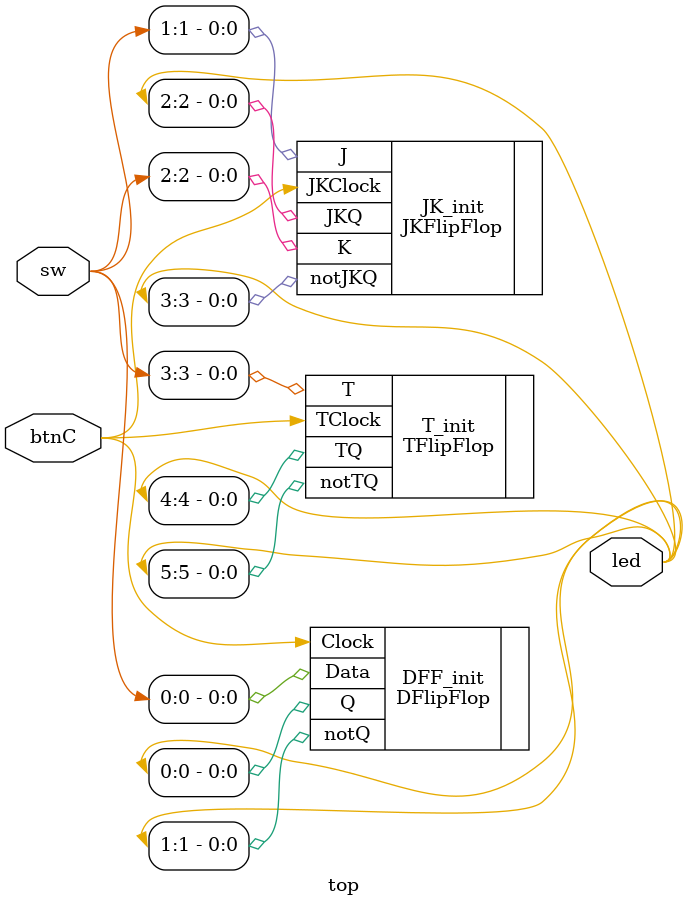
<source format=v>
`timescale 1ns / 1ps

module top(
input [15:0]sw,
input btnC,
output [15:0] led
    );
    
    //add module for D-FF with posedge
    DFlipFlop DFF_init(
    .Data(sw[0]),
    .Clock(btnC),
    .Q(led[0]),
    .notQ(led[1])
    );
    //add module for JK-FF
    JKFlipFlop JK_init(
        .J(sw[1]),
        .K(sw[2]),
        .JKClock(btnC),
        .JKQ(led[2]),
        .notJKQ(led[3])
        //.JKData(led[6]) debug and testing only
    );
    //add module for T-FF
    
    TFlipFlop T_init(
        .T(sw[3]),
        .TClock(btnC),
        .TQ(led[4]),
        .notTQ(led[5])
    );
endmodule

</source>
